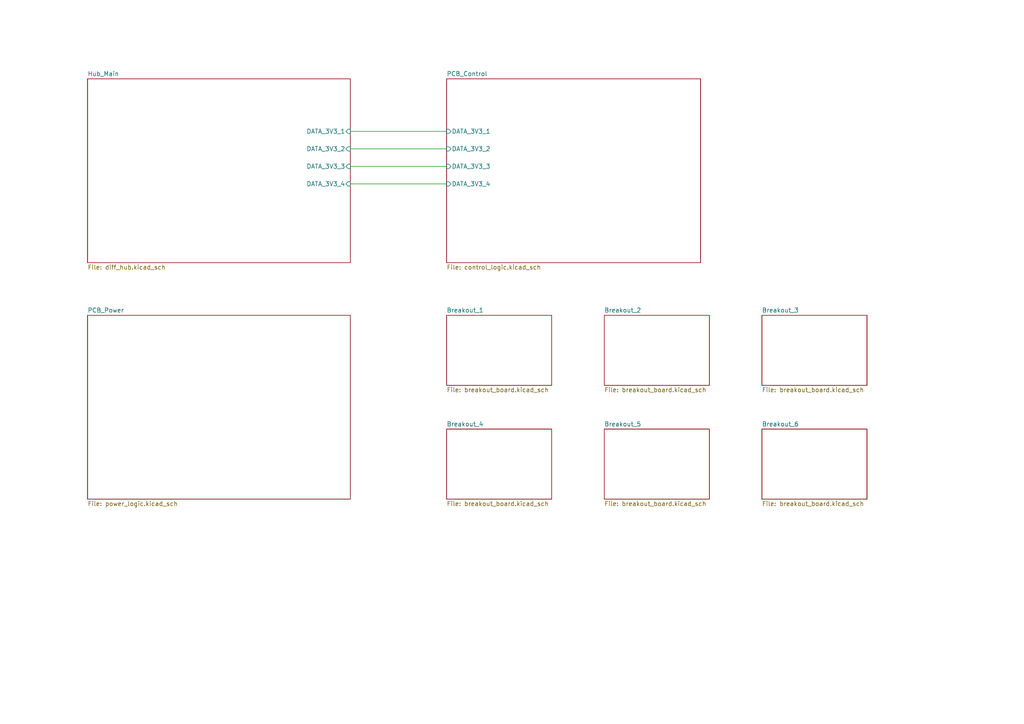
<source format=kicad_sch>
(kicad_sch
	(version 20250114)
	(generator "eeschema")
	(generator_version "9.0")
	(uuid "b4ee80b5-9d9a-4551-9b0c-6a8cb8d78ca3")
	(paper "A4")
	(lib_symbols)
	(wire
		(pts
			(xy 101.6 53.34) (xy 129.54 53.34)
		)
		(stroke
			(width 0)
			(type default)
		)
		(uuid "20d67b0d-1f3c-43d9-a7ec-7ced7c72aec9")
	)
	(wire
		(pts
			(xy 101.6 48.26) (xy 129.54 48.26)
		)
		(stroke
			(width 0)
			(type default)
		)
		(uuid "348bb56e-c7ac-4665-8faa-8022986a5080")
	)
	(wire
		(pts
			(xy 101.6 38.1) (xy 129.54 38.1)
		)
		(stroke
			(width 0)
			(type default)
		)
		(uuid "514e37c0-094e-4a43-818f-e283e79dace4")
	)
	(wire
		(pts
			(xy 101.6 43.18) (xy 129.54 43.18)
		)
		(stroke
			(width 0)
			(type default)
		)
		(uuid "96a3f8b3-dd75-4f20-af9a-856e40d3201b")
	)
	(sheet
		(at 175.26 124.46)
		(size 30.48 20.32)
		(exclude_from_sim no)
		(in_bom yes)
		(on_board yes)
		(dnp no)
		(fields_autoplaced yes)
		(stroke
			(width 0.1524)
			(type solid)
		)
		(fill
			(color 0 0 0 0.0000)
		)
		(uuid "1f359754-8963-4278-b0fc-0e057045f0f0")
		(property "Sheetname" "Breakout_5"
			(at 175.26 123.7484 0)
			(effects
				(font
					(size 1.27 1.27)
				)
				(justify left bottom)
			)
		)
		(property "Sheetfile" "breakout_board.kicad_sch"
			(at 175.26 145.3646 0)
			(effects
				(font
					(size 1.27 1.27)
				)
				(justify left top)
			)
		)
		(instances
			(project "AEC_Speaker_Mic_System"
				(path "/b4ee80b5-9d9a-4551-9b0c-6a8cb8d78ca3"
					(page "9")
				)
			)
		)
	)
	(sheet
		(at 129.54 91.44)
		(size 30.48 20.32)
		(exclude_from_sim no)
		(in_bom yes)
		(on_board yes)
		(dnp no)
		(fields_autoplaced yes)
		(stroke
			(width 0.1524)
			(type solid)
		)
		(fill
			(color 0 0 0 0.0000)
		)
		(uuid "53a31f69-3ae8-42c4-b16b-bf4423ba2408")
		(property "Sheetname" "Breakout_1"
			(at 129.54 90.7284 0)
			(effects
				(font
					(size 1.27 1.27)
				)
				(justify left bottom)
			)
		)
		(property "Sheetfile" "breakout_board.kicad_sch"
			(at 129.54 112.3446 0)
			(effects
				(font
					(size 1.27 1.27)
				)
				(justify left top)
			)
		)
		(instances
			(project "AEC_Speaker_Mic_System"
				(path "/b4ee80b5-9d9a-4551-9b0c-6a8cb8d78ca3"
					(page "5")
				)
			)
		)
	)
	(sheet
		(at 220.98 91.44)
		(size 30.48 20.32)
		(exclude_from_sim no)
		(in_bom yes)
		(on_board yes)
		(dnp no)
		(fields_autoplaced yes)
		(stroke
			(width 0.1524)
			(type solid)
		)
		(fill
			(color 0 0 0 0.0000)
		)
		(uuid "5b6bff76-1c00-4ff8-b189-bd0a46683e6a")
		(property "Sheetname" "Breakout_3"
			(at 220.98 90.7284 0)
			(effects
				(font
					(size 1.27 1.27)
				)
				(justify left bottom)
			)
		)
		(property "Sheetfile" "breakout_board.kicad_sch"
			(at 220.98 112.3446 0)
			(effects
				(font
					(size 1.27 1.27)
				)
				(justify left top)
			)
		)
		(instances
			(project "AEC_Speaker_Mic_System"
				(path "/b4ee80b5-9d9a-4551-9b0c-6a8cb8d78ca3"
					(page "7")
				)
			)
		)
	)
	(sheet
		(at 25.4 91.44)
		(size 76.2 53.34)
		(exclude_from_sim no)
		(in_bom yes)
		(on_board yes)
		(dnp no)
		(fields_autoplaced yes)
		(stroke
			(width 0.1524)
			(type solid)
		)
		(fill
			(color 0 0 0 0.0000)
		)
		(uuid "5fdf442d-1d90-478f-8797-cd1e7de5f87e")
		(property "Sheetname" "PCB_Power"
			(at 25.4 90.7284 0)
			(effects
				(font
					(size 1.27 1.27)
				)
				(justify left bottom)
			)
		)
		(property "Sheetfile" "power_logic.kicad_sch"
			(at 25.4 145.3646 0)
			(effects
				(font
					(size 1.27 1.27)
				)
				(justify left top)
			)
		)
		(instances
			(project "AEC_Speaker_Mic_System"
				(path "/b4ee80b5-9d9a-4551-9b0c-6a8cb8d78ca3"
					(page "2")
				)
			)
		)
	)
	(sheet
		(at 220.98 124.46)
		(size 30.48 20.32)
		(exclude_from_sim no)
		(in_bom yes)
		(on_board yes)
		(dnp no)
		(fields_autoplaced yes)
		(stroke
			(width 0.1524)
			(type solid)
		)
		(fill
			(color 0 0 0 0.0000)
		)
		(uuid "89a51368-2ba7-4a3f-afe3-5d1fde30878e")
		(property "Sheetname" "Breakout_6"
			(at 220.98 123.7484 0)
			(effects
				(font
					(size 1.27 1.27)
				)
				(justify left bottom)
			)
		)
		(property "Sheetfile" "breakout_board.kicad_sch"
			(at 220.98 145.3646 0)
			(effects
				(font
					(size 1.27 1.27)
				)
				(justify left top)
			)
		)
		(instances
			(project "AEC_Speaker_Mic_System"
				(path "/b4ee80b5-9d9a-4551-9b0c-6a8cb8d78ca3"
					(page "10")
				)
			)
		)
	)
	(sheet
		(at 175.26 91.44)
		(size 30.48 20.32)
		(exclude_from_sim no)
		(in_bom yes)
		(on_board yes)
		(dnp no)
		(fields_autoplaced yes)
		(stroke
			(width 0.1524)
			(type solid)
		)
		(fill
			(color 0 0 0 0.0000)
		)
		(uuid "a283a138-17fa-468a-9410-2c24c1f3e11b")
		(property "Sheetname" "Breakout_2"
			(at 175.26 90.7284 0)
			(effects
				(font
					(size 1.27 1.27)
				)
				(justify left bottom)
			)
		)
		(property "Sheetfile" "breakout_board.kicad_sch"
			(at 175.26 112.3446 0)
			(effects
				(font
					(size 1.27 1.27)
				)
				(justify left top)
			)
		)
		(instances
			(project "AEC_Speaker_Mic_System"
				(path "/b4ee80b5-9d9a-4551-9b0c-6a8cb8d78ca3"
					(page "6")
				)
			)
		)
	)
	(sheet
		(at 129.54 124.46)
		(size 30.48 20.32)
		(exclude_from_sim no)
		(in_bom yes)
		(on_board yes)
		(dnp no)
		(fields_autoplaced yes)
		(stroke
			(width 0.1524)
			(type solid)
		)
		(fill
			(color 0 0 0 0.0000)
		)
		(uuid "b49b60b2-4846-4243-abe7-f73c4650f1e7")
		(property "Sheetname" "Breakout_4"
			(at 129.54 123.7484 0)
			(effects
				(font
					(size 1.27 1.27)
				)
				(justify left bottom)
			)
		)
		(property "Sheetfile" "breakout_board.kicad_sch"
			(at 129.54 145.3646 0)
			(effects
				(font
					(size 1.27 1.27)
				)
				(justify left top)
			)
		)
		(instances
			(project "AEC_Speaker_Mic_System"
				(path "/b4ee80b5-9d9a-4551-9b0c-6a8cb8d78ca3"
					(page "8")
				)
			)
		)
	)
	(sheet
		(at 129.54 22.86)
		(size 73.66 53.34)
		(exclude_from_sim no)
		(in_bom yes)
		(on_board yes)
		(dnp no)
		(fields_autoplaced yes)
		(stroke
			(width 0.1524)
			(type solid)
		)
		(fill
			(color 0 0 0 0.0000)
		)
		(uuid "b62903f4-3152-49f4-b9de-0aa5889c0444")
		(property "Sheetname" "PCB_Control"
			(at 129.54 22.1484 0)
			(effects
				(font
					(size 1.27 1.27)
				)
				(justify left bottom)
			)
		)
		(property "Sheetfile" "control_logic.kicad_sch"
			(at 129.54 76.7846 0)
			(effects
				(font
					(size 1.27 1.27)
				)
				(justify left top)
			)
		)
		(pin "DATA_3V3_1" input
			(at 129.54 38.1 180)
			(uuid "7782cfb8-fbf4-4146-b9b8-bd1dd3cc3218")
			(effects
				(font
					(size 1.27 1.27)
				)
				(justify left)
			)
		)
		(pin "DATA_3V3_2" input
			(at 129.54 43.18 180)
			(uuid "0e587c67-d698-45a6-a3be-5cb14344f501")
			(effects
				(font
					(size 1.27 1.27)
				)
				(justify left)
			)
		)
		(pin "DATA_3V3_3" input
			(at 129.54 48.26 180)
			(uuid "b91199bc-6aa4-4972-a14c-9fd38cc8e96b")
			(effects
				(font
					(size 1.27 1.27)
				)
				(justify left)
			)
		)
		(pin "DATA_3V3_4" input
			(at 129.54 53.34 180)
			(uuid "c0725048-e7af-4af2-aac2-d028e8d53856")
			(effects
				(font
					(size 1.27 1.27)
				)
				(justify left)
			)
		)
		(instances
			(project "AEC_Speaker_Mic_System"
				(path "/b4ee80b5-9d9a-4551-9b0c-6a8cb8d78ca3"
					(page "3")
				)
			)
		)
	)
	(sheet
		(at 25.4 22.86)
		(size 76.2 53.34)
		(exclude_from_sim no)
		(in_bom yes)
		(on_board yes)
		(dnp no)
		(fields_autoplaced yes)
		(stroke
			(width 0.1524)
			(type solid)
		)
		(fill
			(color 0 0 0 0.0000)
		)
		(uuid "ff66f788-06df-4fa5-89ad-7a9539b69b02")
		(property "Sheetname" "Hub_Main"
			(at 25.4 22.1484 0)
			(effects
				(font
					(size 1.27 1.27)
				)
				(justify left bottom)
			)
		)
		(property "Sheetfile" "diff_hub.kicad_sch"
			(at 25.4 76.7846 0)
			(effects
				(font
					(size 1.27 1.27)
				)
				(justify left top)
			)
		)
		(pin "DATA_3V3_1" input
			(at 101.6 38.1 0)
			(uuid "52da9f86-c38e-4886-9cb4-6da7a598ec7f")
			(effects
				(font
					(size 1.27 1.27)
				)
				(justify right)
			)
		)
		(pin "DATA_3V3_2" input
			(at 101.6 43.18 0)
			(uuid "7ae0c498-74ee-4bb4-8e7f-d6edea8b311c")
			(effects
				(font
					(size 1.27 1.27)
				)
				(justify right)
			)
		)
		(pin "DATA_3V3_3" input
			(at 101.6 48.26 0)
			(uuid "71841761-49ca-4efc-a769-ae1030480b86")
			(effects
				(font
					(size 1.27 1.27)
				)
				(justify right)
			)
		)
		(pin "DATA_3V3_4" input
			(at 101.6 53.34 0)
			(uuid "5bf305bc-f724-4b8a-8a86-ac028ef71232")
			(effects
				(font
					(size 1.27 1.27)
				)
				(justify right)
			)
		)
		(instances
			(project "AEC_Speaker_Mic_System"
				(path "/b4ee80b5-9d9a-4551-9b0c-6a8cb8d78ca3"
					(page "4")
				)
			)
		)
	)
	(sheet_instances
		(path "/"
			(page "1")
		)
	)
	(embedded_fonts no)
)

</source>
